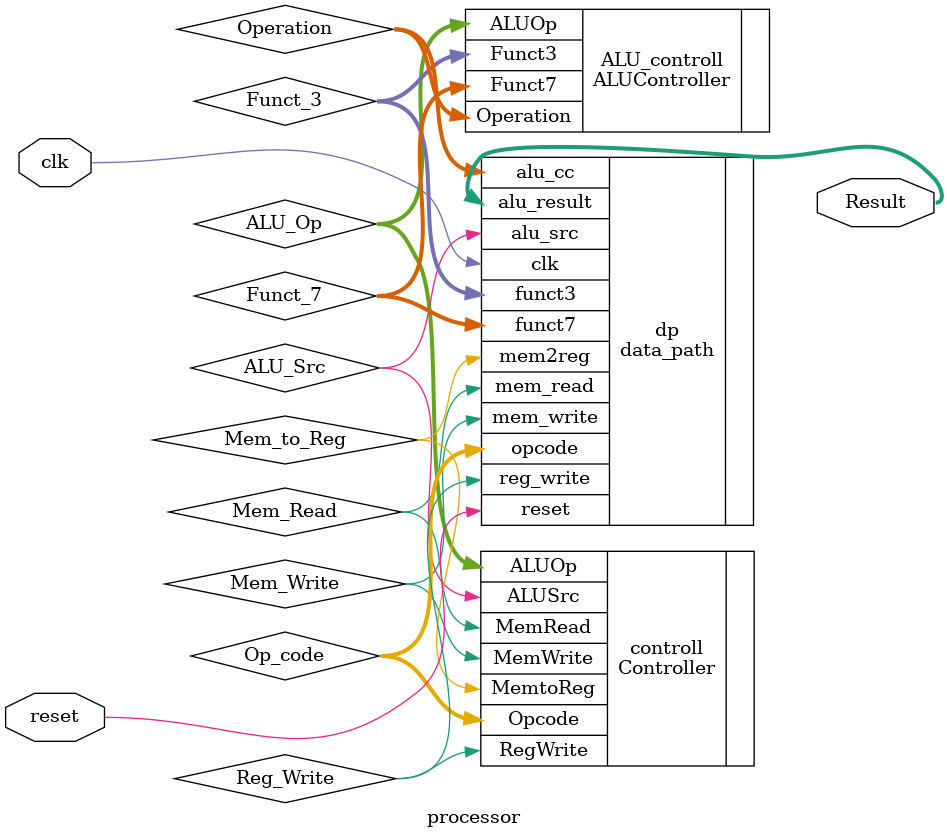
<source format=v>
`timescale 1ns / 1ps

module processor
(
    input clk , reset ,

    output [31:0] Result
);
    // Define the input and output signals
    wire [6:0] Op_code;
    wire ALU_Src;
    wire Mem_to_Reg;
    wire Reg_Write;
    wire Mem_Read;
    wire Mem_Write;
    wire [1:0] ALU_Op;
    
    wire [6:0] Funct_7;
    wire [2:0] Funct_3;
    wire [3:0] Operation;

    
    // Define the processor modules behavior
    Controller controll(.Opcode(Op_code) , .ALUSrc(ALU_Src), .MemtoReg(Mem_to_Reg), 
    .RegWrite(Reg_Write), .MemRead(Mem_Read), .MemWrite(Mem_Write), .ALUOp(ALU_Op));
    ALUController ALU_controll(.ALUOp(ALU_Op), .Funct7(Funct_7), .Funct3(Funct_3), 
        .Operation(Operation));
    data_path dp(.clk(clk), .reset(reset), .reg_write(Reg_Write), .mem2reg(Mem_to_Reg),
    .alu_src(ALU_Src), .mem_write(Mem_Write), .mem_read(Mem_Read), .alu_cc(Operation),
    .opcode(Op_code), .funct7(Funct_7), .funct3(Funct_3), .alu_result(Result));

endmodule // processor
</source>
